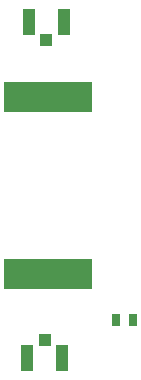
<source format=gtp>
G04*
G04 #@! TF.GenerationSoftware,Altium Limited,Altium Designer,24.3.1 (35)*
G04*
G04 Layer_Color=8421504*
%FSLAX44Y44*%
%MOMM*%
G71*
G04*
G04 #@! TF.SameCoordinates,063D28A7-869B-49E0-B519-EA391C4CE498*
G04*
G04*
G04 #@! TF.FilePolarity,Positive*
G04*
G01*
G75*
%ADD14R,0.8000X1.0000*%
%ADD15R,7.5000X2.5000*%
%ADD16R,1.0000X1.0500*%
%ADD17R,1.0500X2.2000*%
D14*
X668920Y749300D02*
D03*
X654420D02*
D03*
D15*
X596900Y788600D02*
D03*
Y938600D02*
D03*
D16*
X594360Y732800D02*
D03*
X595630Y986780D02*
D03*
D17*
X579610Y717550D02*
D03*
X609110D02*
D03*
X610380Y1002030D02*
D03*
X580880D02*
D03*
M02*

</source>
